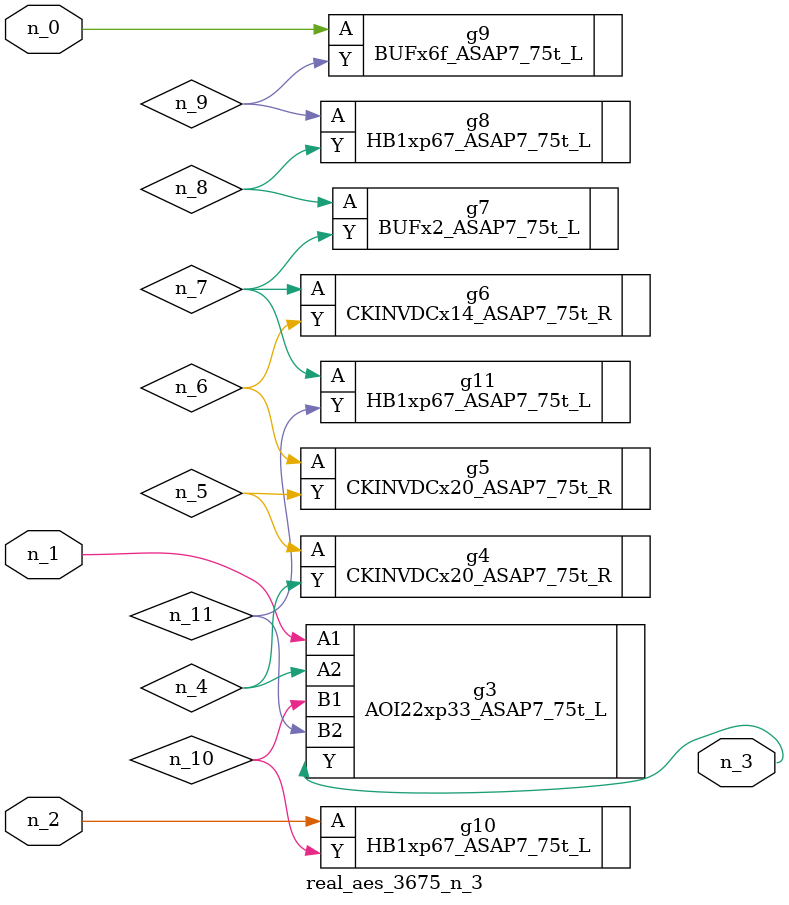
<source format=v>
module real_aes_3675_n_3 (n_0, n_2, n_1, n_3);
input n_0;
input n_2;
input n_1;
output n_3;
wire n_4;
wire n_5;
wire n_7;
wire n_8;
wire n_6;
wire n_9;
wire n_10;
wire n_11;
BUFx6f_ASAP7_75t_L g9 ( .A(n_0), .Y(n_9) );
AOI22xp33_ASAP7_75t_L g3 ( .A1(n_1), .A2(n_4), .B1(n_10), .B2(n_11), .Y(n_3) );
HB1xp67_ASAP7_75t_L g10 ( .A(n_2), .Y(n_10) );
CKINVDCx20_ASAP7_75t_R g4 ( .A(n_5), .Y(n_4) );
CKINVDCx20_ASAP7_75t_R g5 ( .A(n_6), .Y(n_5) );
CKINVDCx14_ASAP7_75t_R g6 ( .A(n_7), .Y(n_6) );
HB1xp67_ASAP7_75t_L g11 ( .A(n_7), .Y(n_11) );
BUFx2_ASAP7_75t_L g7 ( .A(n_8), .Y(n_7) );
HB1xp67_ASAP7_75t_L g8 ( .A(n_9), .Y(n_8) );
endmodule
</source>
